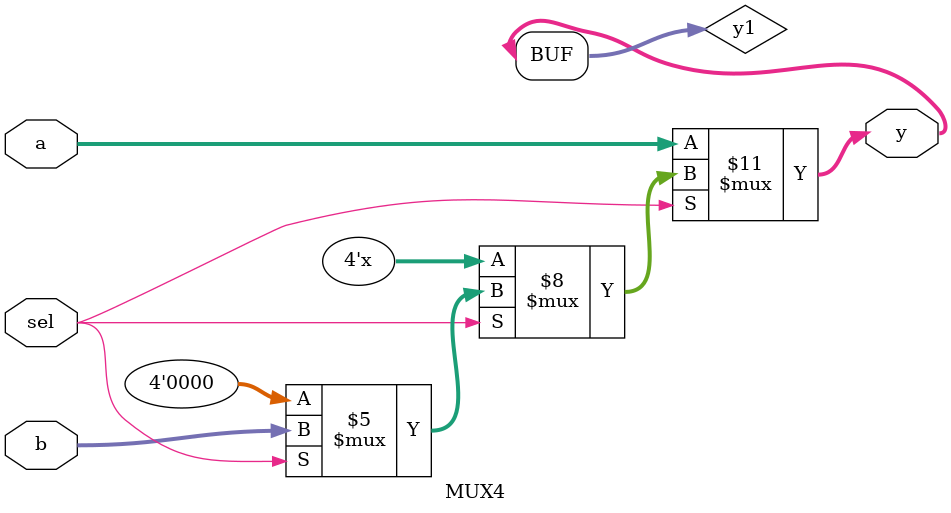
<source format=v>
`timescale 1ns / 1ps


module MUX4(
    input [3:0] a,
    input [3:0] b,
    input sel,
    output [3:0] y
    );
    
reg [3:0] y1, a1, b1;
    
always @(a or b or sel)
begin
    if(sel==0)begin
        y1 = a;
    end
    else begin
        if(sel==1)begin
            y1 = b;
        end
        else begin
            y1 = 4'h0;
        end
    end    
end

assign y = y1;

endmodule

</source>
